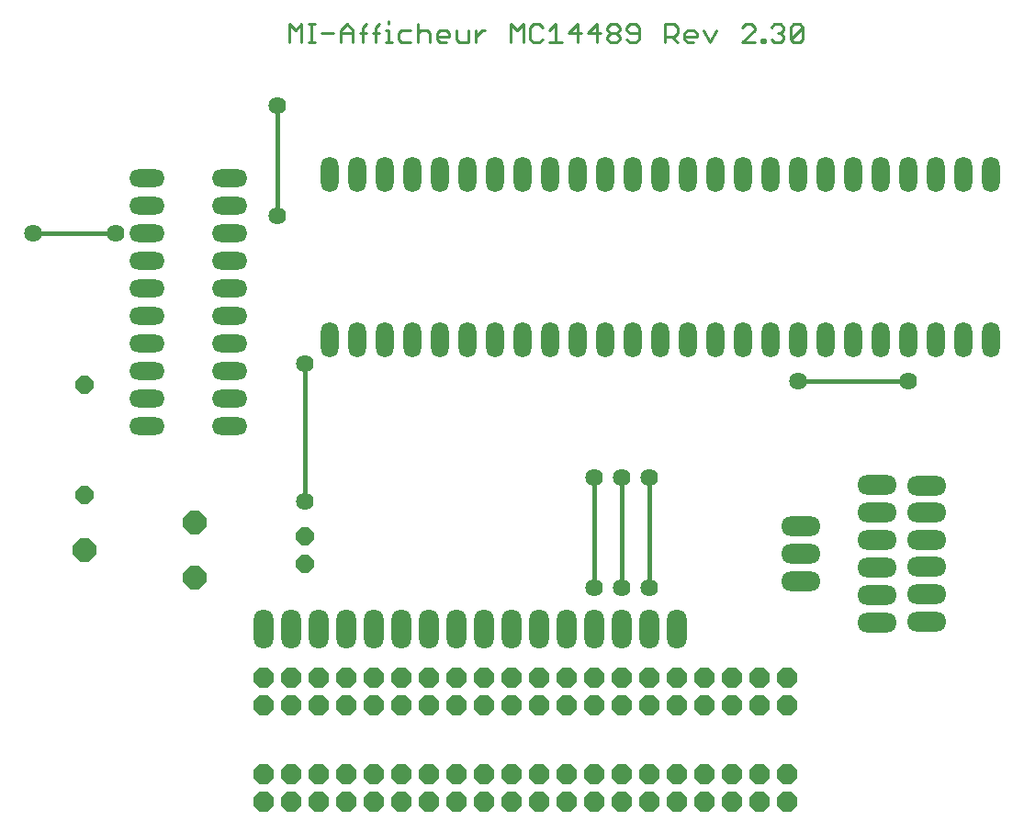
<source format=gbr>
G75*
G70*
%OFA0B0*%
%FSLAX24Y24*%
%IPPOS*%
%LPD*%
%AMOC8*
5,1,8,0,0,1.08239X$1,22.5*
%
%ADD10C,0.0090*%
%ADD11O,0.0640X0.1280*%
%ADD12O,0.1280X0.0640*%
%ADD13OC8,0.0720*%
%ADD14OC8,0.0840*%
%ADD15OC8,0.0640*%
%ADD16O,0.1440X0.0720*%
%ADD17O,0.0720X0.1440*%
%ADD18C,0.0160*%
%ADD19C,0.0640*%
D10*
X011321Y031633D02*
X011321Y032304D01*
X011545Y032080D01*
X011768Y032304D01*
X011768Y031633D01*
X012021Y031633D02*
X012244Y031633D01*
X012133Y031633D02*
X012133Y032304D01*
X012244Y032304D02*
X012021Y032304D01*
X012487Y031969D02*
X012934Y031969D01*
X013187Y031969D02*
X013634Y031969D01*
X013634Y032080D02*
X013634Y031633D01*
X013999Y031633D02*
X013999Y032192D01*
X014110Y032304D01*
X014110Y031969D02*
X013887Y031969D01*
X013634Y032080D02*
X013411Y032304D01*
X013187Y032080D01*
X013187Y031633D01*
X014353Y031969D02*
X014577Y031969D01*
X014465Y032192D02*
X014577Y032304D01*
X014465Y032192D02*
X014465Y031633D01*
X014820Y031633D02*
X015043Y031633D01*
X014932Y031633D02*
X014932Y032080D01*
X014820Y032080D01*
X014932Y032304D02*
X014932Y032416D01*
X015286Y031969D02*
X015286Y031745D01*
X015398Y031633D01*
X015734Y031633D01*
X015986Y031633D02*
X015986Y032304D01*
X016098Y032080D02*
X016321Y032080D01*
X016433Y031969D01*
X016433Y031633D01*
X016686Y031745D02*
X016686Y031969D01*
X016798Y032080D01*
X017021Y032080D01*
X017133Y031969D01*
X017133Y031857D01*
X016686Y031857D01*
X016686Y031745D02*
X016798Y031633D01*
X017021Y031633D01*
X017386Y031745D02*
X017386Y032080D01*
X017386Y031745D02*
X017497Y031633D01*
X017833Y031633D01*
X017833Y032080D01*
X018086Y032080D02*
X018086Y031633D01*
X018086Y031857D02*
X018309Y032080D01*
X018421Y032080D01*
X019368Y032304D02*
X019368Y031633D01*
X019815Y031633D02*
X019815Y032304D01*
X019592Y032080D01*
X019368Y032304D01*
X020068Y032192D02*
X020068Y031745D01*
X020180Y031633D01*
X020403Y031633D01*
X020515Y031745D01*
X020768Y031633D02*
X021215Y031633D01*
X020991Y031633D02*
X020991Y032304D01*
X020768Y032080D01*
X020515Y032192D02*
X020403Y032304D01*
X020180Y032304D01*
X020068Y032192D01*
X021468Y031969D02*
X021915Y031969D01*
X022167Y031969D02*
X022615Y031969D01*
X022867Y032080D02*
X022867Y032192D01*
X022979Y032304D01*
X023203Y032304D01*
X023314Y032192D01*
X023314Y032080D01*
X023203Y031969D01*
X022979Y031969D01*
X022867Y032080D01*
X022979Y031969D02*
X022867Y031857D01*
X022867Y031745D01*
X022979Y031633D01*
X023203Y031633D01*
X023314Y031745D01*
X023314Y031857D01*
X023203Y031969D01*
X023567Y032080D02*
X023679Y031969D01*
X024014Y031969D01*
X024014Y032192D02*
X023902Y032304D01*
X023679Y032304D01*
X023567Y032192D01*
X023567Y032080D01*
X023567Y031745D02*
X023679Y031633D01*
X023902Y031633D01*
X024014Y031745D01*
X024014Y032192D01*
X024967Y032304D02*
X024967Y031633D01*
X024967Y031857D02*
X025302Y031857D01*
X025414Y031969D01*
X025414Y032192D01*
X025302Y032304D01*
X024967Y032304D01*
X025190Y031857D02*
X025414Y031633D01*
X025666Y031745D02*
X025666Y031969D01*
X025778Y032080D01*
X026002Y032080D01*
X026113Y031969D01*
X026113Y031857D01*
X025666Y031857D01*
X025666Y031745D02*
X025778Y031633D01*
X026002Y031633D01*
X026366Y032080D02*
X026590Y031633D01*
X026813Y032080D01*
X027766Y032192D02*
X027877Y032304D01*
X028101Y032304D01*
X028213Y032192D01*
X028213Y032080D01*
X027766Y031633D01*
X028213Y031633D01*
X028465Y031633D02*
X028577Y031633D01*
X028577Y031745D01*
X028465Y031745D01*
X028465Y031633D01*
X028815Y031745D02*
X028927Y031633D01*
X029151Y031633D01*
X029262Y031745D01*
X029262Y031857D01*
X029151Y031969D01*
X029039Y031969D01*
X029151Y031969D02*
X029262Y032080D01*
X029262Y032192D01*
X029151Y032304D01*
X028927Y032304D01*
X028815Y032192D01*
X029515Y032192D02*
X029515Y031745D01*
X029962Y032192D01*
X029962Y031745D01*
X029850Y031633D01*
X029627Y031633D01*
X029515Y031745D01*
X029515Y032192D02*
X029627Y032304D01*
X029850Y032304D01*
X029962Y032192D01*
X022503Y032304D02*
X022503Y031633D01*
X022167Y031969D02*
X022503Y032304D01*
X021803Y032304D02*
X021803Y031633D01*
X021468Y031969D02*
X021803Y032304D01*
X016098Y032080D02*
X015986Y031969D01*
X015734Y032080D02*
X015398Y032080D01*
X015286Y031969D01*
D11*
X015776Y026838D03*
X014776Y026838D03*
X013776Y026838D03*
X012776Y026838D03*
X016776Y026838D03*
X017776Y026838D03*
X018776Y026838D03*
X019776Y026838D03*
X020776Y026838D03*
X021776Y026838D03*
X022776Y026838D03*
X023776Y026838D03*
X024776Y026838D03*
X025776Y026838D03*
X026776Y026838D03*
X027776Y026838D03*
X028776Y026838D03*
X029776Y026838D03*
X030776Y026838D03*
X031776Y026838D03*
X032776Y026838D03*
X033776Y026838D03*
X034776Y026838D03*
X035776Y026838D03*
X036776Y026838D03*
X036776Y020838D03*
X035776Y020838D03*
X034776Y020838D03*
X033776Y020838D03*
X032776Y020838D03*
X031776Y020838D03*
X030776Y020838D03*
X029776Y020838D03*
X028776Y020838D03*
X027776Y020838D03*
X026776Y020838D03*
X025776Y020838D03*
X024776Y020838D03*
X023776Y020838D03*
X022776Y020838D03*
X021776Y020838D03*
X020776Y020838D03*
X019776Y020838D03*
X018776Y020838D03*
X017776Y020838D03*
X016776Y020838D03*
X015776Y020838D03*
X014776Y020838D03*
X013776Y020838D03*
X012776Y020838D03*
D12*
X009151Y020713D03*
X009151Y019713D03*
X009151Y018713D03*
X009151Y017713D03*
X006151Y017713D03*
X006151Y018713D03*
X006151Y019713D03*
X006151Y020713D03*
X006151Y021713D03*
X006151Y022713D03*
X006151Y023713D03*
X006151Y024713D03*
X006151Y025713D03*
X006151Y026713D03*
X009151Y026713D03*
X009151Y025713D03*
X009151Y024713D03*
X009151Y023713D03*
X009151Y022713D03*
X009151Y021713D03*
D13*
X010401Y004088D03*
X011401Y004088D03*
X012401Y004088D03*
X013401Y004088D03*
X014401Y004088D03*
X015401Y004088D03*
X016401Y004088D03*
X017401Y004088D03*
X018401Y004088D03*
X019401Y004088D03*
X020401Y004088D03*
X021401Y004088D03*
X022401Y004088D03*
X023401Y004088D03*
X024401Y004088D03*
X025401Y004088D03*
X026401Y004088D03*
X027401Y004088D03*
X028401Y004088D03*
X029401Y004088D03*
X029401Y005088D03*
X028401Y005088D03*
X027401Y005088D03*
X026401Y005088D03*
X025401Y005088D03*
X024401Y005088D03*
X023401Y005088D03*
X022401Y005088D03*
X021401Y005088D03*
X020401Y005088D03*
X019401Y005088D03*
X018401Y005088D03*
X017401Y005088D03*
X016401Y005088D03*
X015401Y005088D03*
X014401Y005088D03*
X013401Y005088D03*
X012401Y005088D03*
X011401Y005088D03*
X010401Y005088D03*
X010401Y007588D03*
X011401Y007588D03*
X012401Y007588D03*
X013401Y007588D03*
X014401Y007588D03*
X015401Y007588D03*
X016401Y007588D03*
X017401Y007588D03*
X018401Y007588D03*
X019401Y007588D03*
X020401Y007588D03*
X021401Y007588D03*
X022401Y007588D03*
X023401Y007588D03*
X024401Y007588D03*
X025401Y007588D03*
X026401Y007588D03*
X027401Y007588D03*
X028401Y007588D03*
X029401Y007588D03*
X029401Y008588D03*
X028401Y008588D03*
X027401Y008588D03*
X026401Y008588D03*
X025401Y008588D03*
X024401Y008588D03*
X023401Y008588D03*
X022401Y008588D03*
X021401Y008588D03*
X020401Y008588D03*
X019401Y008588D03*
X018401Y008588D03*
X017401Y008588D03*
X016401Y008588D03*
X015401Y008588D03*
X014401Y008588D03*
X013401Y008588D03*
X012401Y008588D03*
X011401Y008588D03*
X010401Y008588D03*
D14*
X007901Y012213D03*
X007901Y014213D03*
X003901Y013213D03*
D15*
X003901Y015213D03*
X003901Y019213D03*
X011901Y013713D03*
X011901Y012713D03*
D16*
X029901Y013088D03*
X029901Y012088D03*
X029901Y014088D03*
X032651Y013588D03*
X032651Y012588D03*
X032651Y011588D03*
X032651Y010588D03*
X034441Y010628D03*
X034441Y011612D03*
X034441Y012596D03*
X034441Y013580D03*
X034441Y014565D03*
X034441Y015549D03*
X032651Y015588D03*
X032651Y014588D03*
D17*
X025401Y010338D03*
X024401Y010338D03*
X023401Y010338D03*
X022401Y010338D03*
X021401Y010338D03*
X020401Y010338D03*
X019401Y010338D03*
X018401Y010338D03*
X017401Y010338D03*
X016401Y010338D03*
X015401Y010338D03*
X014401Y010338D03*
X013401Y010338D03*
X012401Y010338D03*
X011401Y010338D03*
X010401Y010338D03*
D18*
X011901Y014963D02*
X011901Y019963D01*
X010901Y025338D02*
X010901Y029338D01*
X005026Y024713D02*
X002026Y024713D01*
X022401Y015838D02*
X022401Y011838D01*
X023401Y011838D02*
X023401Y015838D01*
X024401Y015838D02*
X024401Y011838D01*
X029776Y019338D02*
X033776Y019338D01*
D19*
X033776Y019338D03*
X029776Y019338D03*
X024401Y015838D03*
X023401Y015838D03*
X022401Y015838D03*
X022401Y011838D03*
X023401Y011838D03*
X024401Y011838D03*
X011901Y014963D03*
X011901Y019963D03*
X010901Y025338D03*
X010901Y029338D03*
X005026Y024713D03*
X002026Y024713D03*
M02*

</source>
